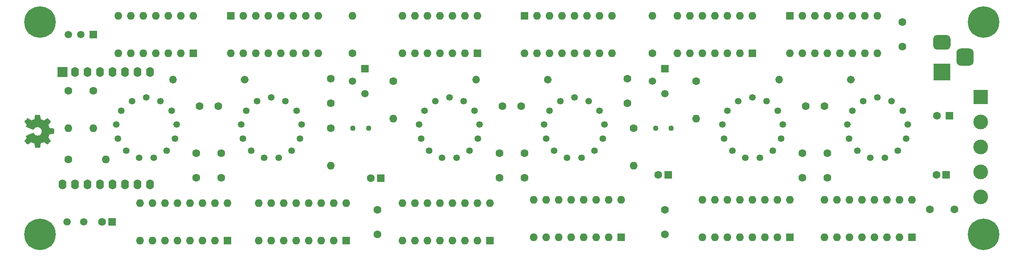
<source format=gbr>
%TF.GenerationSoftware,KiCad,Pcbnew,(5.1.7-0-10_14)*%
%TF.CreationDate,2020-11-26T21:17:17+01:00*%
%TF.ProjectId,nixie_board,6e697869-655f-4626-9f61-72642e6b6963,rev?*%
%TF.SameCoordinates,Original*%
%TF.FileFunction,Soldermask,Bot*%
%TF.FilePolarity,Negative*%
%FSLAX46Y46*%
G04 Gerber Fmt 4.6, Leading zero omitted, Abs format (unit mm)*
G04 Created by KiCad (PCBNEW (5.1.7-0-10_14)) date 2020-11-26 21:17:17*
%MOMM*%
%LPD*%
G01*
G04 APERTURE LIST*
%ADD10C,0.010000*%
%ADD11C,3.000000*%
%ADD12R,3.000000X3.000000*%
%ADD13O,1.600000X2.000000*%
%ADD14R,2.000000X2.000000*%
%ADD15C,1.600000*%
%ADD16R,1.600000X1.600000*%
%ADD17C,0.800000*%
%ADD18C,6.400000*%
%ADD19R,1.500000X1.500000*%
%ADD20C,1.500000*%
%ADD21O,1.600000X1.600000*%
%ADD22C,1.107440*%
%ADD23R,3.500000X3.500000*%
%ADD24C,1.346200*%
G04 APERTURE END LIST*
D10*
%TO.C,S2b*%
G36*
X60697069Y-52149186D02*
G01*
X60252445Y-52065365D01*
X60124947Y-51756080D01*
X59997449Y-51446794D01*
X60249754Y-51075754D01*
X60320004Y-50971843D01*
X60382728Y-50877913D01*
X60435062Y-50798348D01*
X60474143Y-50737530D01*
X60497107Y-50699843D01*
X60502058Y-50689579D01*
X60489324Y-50671090D01*
X60454118Y-50631580D01*
X60400938Y-50575478D01*
X60334282Y-50507213D01*
X60258646Y-50431214D01*
X60178528Y-50351908D01*
X60098426Y-50273725D01*
X60022836Y-50201093D01*
X59956255Y-50138441D01*
X59903182Y-50090197D01*
X59868113Y-50060790D01*
X59856377Y-50053759D01*
X59834740Y-50063877D01*
X59787338Y-50092241D01*
X59718807Y-50135871D01*
X59633785Y-50191782D01*
X59536907Y-50256994D01*
X59481650Y-50294781D01*
X59380752Y-50363657D01*
X59289701Y-50424860D01*
X59213030Y-50475422D01*
X59155272Y-50512372D01*
X59120957Y-50532742D01*
X59113746Y-50535803D01*
X59093252Y-50528864D01*
X59045487Y-50509949D01*
X58977168Y-50481913D01*
X58895011Y-50447609D01*
X58805730Y-50409891D01*
X58716042Y-50371613D01*
X58632662Y-50335630D01*
X58562306Y-50304794D01*
X58511690Y-50281961D01*
X58487529Y-50269983D01*
X58486578Y-50269276D01*
X58481964Y-50250469D01*
X58471672Y-50200382D01*
X58456713Y-50124207D01*
X58438099Y-50027135D01*
X58416841Y-49914357D01*
X58404582Y-49848558D01*
X58381638Y-49728050D01*
X58359805Y-49619203D01*
X58340278Y-49527524D01*
X58324252Y-49458519D01*
X58312921Y-49417696D01*
X58309326Y-49409489D01*
X58284994Y-49401452D01*
X58230041Y-49394967D01*
X58150892Y-49390030D01*
X58053974Y-49386636D01*
X57945713Y-49384782D01*
X57832535Y-49384462D01*
X57720865Y-49385673D01*
X57617132Y-49388410D01*
X57527759Y-49392669D01*
X57459174Y-49398445D01*
X57417803Y-49405733D01*
X57409190Y-49410105D01*
X57398867Y-49436236D01*
X57384108Y-49491607D01*
X57366648Y-49568893D01*
X57348220Y-49660770D01*
X57342259Y-49692842D01*
X57313934Y-49847476D01*
X57291124Y-49969625D01*
X57272920Y-50063327D01*
X57258417Y-50132616D01*
X57246708Y-50181529D01*
X57236885Y-50214103D01*
X57228044Y-50234372D01*
X57219276Y-50246374D01*
X57217543Y-50248053D01*
X57189629Y-50264816D01*
X57135305Y-50290386D01*
X57061223Y-50322212D01*
X56974035Y-50357740D01*
X56880392Y-50394417D01*
X56786948Y-50429689D01*
X56700353Y-50461004D01*
X56627260Y-50485807D01*
X56574322Y-50501546D01*
X56548189Y-50505668D01*
X56547274Y-50505324D01*
X56525914Y-50491359D01*
X56478916Y-50459678D01*
X56411173Y-50413609D01*
X56327577Y-50356482D01*
X56233018Y-50291627D01*
X56206146Y-50273157D01*
X56108725Y-50207301D01*
X56019837Y-50149350D01*
X55944588Y-50102462D01*
X55888080Y-50069793D01*
X55855419Y-50054500D01*
X55851407Y-50053759D01*
X55830316Y-50066608D01*
X55788536Y-50102112D01*
X55730555Y-50155707D01*
X55660865Y-50222829D01*
X55583955Y-50298913D01*
X55504317Y-50379396D01*
X55426439Y-50459713D01*
X55354814Y-50535301D01*
X55293930Y-50601595D01*
X55248279Y-50654031D01*
X55222350Y-50688045D01*
X55218117Y-50697455D01*
X55228088Y-50719357D01*
X55254980Y-50764200D01*
X55294264Y-50824679D01*
X55325883Y-50871211D01*
X55383902Y-50955525D01*
X55452216Y-51055374D01*
X55520421Y-51155527D01*
X55556925Y-51209373D01*
X55680200Y-51391629D01*
X55597480Y-51544619D01*
X55561241Y-51614318D01*
X55533074Y-51673586D01*
X55517009Y-51713689D01*
X55514774Y-51723897D01*
X55531278Y-51736171D01*
X55577918Y-51760387D01*
X55650391Y-51794737D01*
X55744394Y-51837412D01*
X55855626Y-51886606D01*
X55979785Y-51940510D01*
X56112568Y-51997316D01*
X56249673Y-52055218D01*
X56386798Y-52112407D01*
X56519642Y-52167076D01*
X56643902Y-52217416D01*
X56755275Y-52261620D01*
X56849461Y-52297881D01*
X56922156Y-52324391D01*
X56969059Y-52339342D01*
X56985167Y-52341746D01*
X57005714Y-52322689D01*
X57039067Y-52280964D01*
X57078298Y-52225294D01*
X57081401Y-52220622D01*
X57196577Y-52076736D01*
X57330947Y-51960717D01*
X57480216Y-51873570D01*
X57640087Y-51816301D01*
X57806263Y-51789914D01*
X57974448Y-51795415D01*
X58140345Y-51833810D01*
X58299658Y-51906105D01*
X58334513Y-51927374D01*
X58475263Y-52038004D01*
X58588286Y-52168698D01*
X58672997Y-52314936D01*
X58728806Y-52472192D01*
X58755126Y-52635943D01*
X58751370Y-52801667D01*
X58716950Y-52964838D01*
X58651277Y-53120935D01*
X58553765Y-53265433D01*
X58514187Y-53310131D01*
X58390297Y-53423888D01*
X58259876Y-53506782D01*
X58113685Y-53563644D01*
X57968912Y-53595313D01*
X57806140Y-53603131D01*
X57642560Y-53577062D01*
X57483702Y-53519755D01*
X57335094Y-53433856D01*
X57202265Y-53322014D01*
X57090744Y-53186877D01*
X57078989Y-53169117D01*
X57040492Y-53112850D01*
X57007137Y-53070077D01*
X56985840Y-53049628D01*
X56985167Y-53049331D01*
X56962129Y-53053721D01*
X56909843Y-53071124D01*
X56832610Y-53099732D01*
X56734732Y-53137735D01*
X56620509Y-53183326D01*
X56494242Y-53234697D01*
X56360233Y-53290038D01*
X56222782Y-53347542D01*
X56086192Y-53405399D01*
X55954763Y-53461802D01*
X55832795Y-53514942D01*
X55724591Y-53563010D01*
X55634451Y-53604199D01*
X55566677Y-53636699D01*
X55525570Y-53658703D01*
X55514774Y-53667564D01*
X55523181Y-53694640D01*
X55545728Y-53745303D01*
X55578387Y-53810817D01*
X55597480Y-53846841D01*
X55680200Y-53999832D01*
X55556925Y-54182088D01*
X55493772Y-54275125D01*
X55424273Y-54376985D01*
X55358835Y-54472438D01*
X55325883Y-54520250D01*
X55280727Y-54587495D01*
X55244943Y-54644436D01*
X55223062Y-54683646D01*
X55218437Y-54696381D01*
X55230915Y-54714917D01*
X55265748Y-54755941D01*
X55319322Y-54815475D01*
X55388017Y-54889542D01*
X55468219Y-54974165D01*
X55519714Y-55027685D01*
X55611714Y-55121319D01*
X55694001Y-55202241D01*
X55763055Y-55267177D01*
X55815356Y-55312858D01*
X55847384Y-55336011D01*
X55853884Y-55338232D01*
X55878606Y-55327924D01*
X55928595Y-55299439D01*
X55998788Y-55255937D01*
X56084125Y-55200577D01*
X56179544Y-55136520D01*
X56206146Y-55118303D01*
X56302833Y-55051927D01*
X56389883Y-54992378D01*
X56462405Y-54942984D01*
X56515507Y-54907075D01*
X56544297Y-54887981D01*
X56547274Y-54886136D01*
X56570218Y-54888895D01*
X56620664Y-54903538D01*
X56691959Y-54927513D01*
X56777453Y-54958266D01*
X56870493Y-54993244D01*
X56964426Y-55029893D01*
X57052601Y-55065661D01*
X57128366Y-55097994D01*
X57185069Y-55124338D01*
X57216057Y-55142142D01*
X57217543Y-55143407D01*
X57226399Y-55154294D01*
X57235157Y-55172682D01*
X57244723Y-55202606D01*
X57256004Y-55248103D01*
X57269907Y-55313209D01*
X57287337Y-55401961D01*
X57309202Y-55518393D01*
X57336409Y-55666542D01*
X57342259Y-55698618D01*
X57360626Y-55793686D01*
X57378595Y-55876565D01*
X57394431Y-55939930D01*
X57406400Y-55976458D01*
X57409190Y-55981356D01*
X57433928Y-55989427D01*
X57489210Y-55995987D01*
X57568611Y-56001033D01*
X57665704Y-56004559D01*
X57774062Y-56006561D01*
X57887260Y-56007036D01*
X57998872Y-56005977D01*
X58102471Y-56003382D01*
X58191632Y-55999246D01*
X58259928Y-55993563D01*
X58300934Y-55986331D01*
X58309326Y-55981971D01*
X58317792Y-55957698D01*
X58331565Y-55902426D01*
X58349450Y-55821662D01*
X58370252Y-55720912D01*
X58392777Y-55605683D01*
X58404582Y-55542902D01*
X58426849Y-55423787D01*
X58447021Y-55317565D01*
X58464085Y-55229427D01*
X58477031Y-55164566D01*
X58484845Y-55128174D01*
X58486578Y-55122184D01*
X58506110Y-55112061D01*
X58553157Y-55090662D01*
X58620997Y-55060839D01*
X58702909Y-55025445D01*
X58792172Y-54987332D01*
X58882065Y-54949353D01*
X58965865Y-54914360D01*
X59036853Y-54885206D01*
X59088306Y-54864743D01*
X59113503Y-54855823D01*
X59114604Y-54855657D01*
X59134481Y-54865769D01*
X59180223Y-54894117D01*
X59247283Y-54937723D01*
X59331116Y-54993606D01*
X59427174Y-55058787D01*
X59482350Y-55096679D01*
X59583519Y-55165725D01*
X59675370Y-55227050D01*
X59753256Y-55277663D01*
X59812531Y-55314571D01*
X59848549Y-55334782D01*
X59856623Y-55337701D01*
X59875416Y-55325153D01*
X59915543Y-55290463D01*
X59972507Y-55238063D01*
X60041815Y-55172384D01*
X60118969Y-55097856D01*
X60199475Y-55018913D01*
X60278837Y-54939983D01*
X60352560Y-54865500D01*
X60416148Y-54799894D01*
X60465106Y-54747596D01*
X60494939Y-54713039D01*
X60502058Y-54701478D01*
X60492047Y-54682654D01*
X60463922Y-54637631D01*
X60420546Y-54570787D01*
X60364782Y-54486499D01*
X60299494Y-54389144D01*
X60249754Y-54315707D01*
X59997449Y-53944667D01*
X60252445Y-53326095D01*
X60697069Y-53242275D01*
X61141693Y-53158454D01*
X61141693Y-52233006D01*
X60697069Y-52149186D01*
G37*
X60697069Y-52149186D02*
X60252445Y-52065365D01*
X60124947Y-51756080D01*
X59997449Y-51446794D01*
X60249754Y-51075754D01*
X60320004Y-50971843D01*
X60382728Y-50877913D01*
X60435062Y-50798348D01*
X60474143Y-50737530D01*
X60497107Y-50699843D01*
X60502058Y-50689579D01*
X60489324Y-50671090D01*
X60454118Y-50631580D01*
X60400938Y-50575478D01*
X60334282Y-50507213D01*
X60258646Y-50431214D01*
X60178528Y-50351908D01*
X60098426Y-50273725D01*
X60022836Y-50201093D01*
X59956255Y-50138441D01*
X59903182Y-50090197D01*
X59868113Y-50060790D01*
X59856377Y-50053759D01*
X59834740Y-50063877D01*
X59787338Y-50092241D01*
X59718807Y-50135871D01*
X59633785Y-50191782D01*
X59536907Y-50256994D01*
X59481650Y-50294781D01*
X59380752Y-50363657D01*
X59289701Y-50424860D01*
X59213030Y-50475422D01*
X59155272Y-50512372D01*
X59120957Y-50532742D01*
X59113746Y-50535803D01*
X59093252Y-50528864D01*
X59045487Y-50509949D01*
X58977168Y-50481913D01*
X58895011Y-50447609D01*
X58805730Y-50409891D01*
X58716042Y-50371613D01*
X58632662Y-50335630D01*
X58562306Y-50304794D01*
X58511690Y-50281961D01*
X58487529Y-50269983D01*
X58486578Y-50269276D01*
X58481964Y-50250469D01*
X58471672Y-50200382D01*
X58456713Y-50124207D01*
X58438099Y-50027135D01*
X58416841Y-49914357D01*
X58404582Y-49848558D01*
X58381638Y-49728050D01*
X58359805Y-49619203D01*
X58340278Y-49527524D01*
X58324252Y-49458519D01*
X58312921Y-49417696D01*
X58309326Y-49409489D01*
X58284994Y-49401452D01*
X58230041Y-49394967D01*
X58150892Y-49390030D01*
X58053974Y-49386636D01*
X57945713Y-49384782D01*
X57832535Y-49384462D01*
X57720865Y-49385673D01*
X57617132Y-49388410D01*
X57527759Y-49392669D01*
X57459174Y-49398445D01*
X57417803Y-49405733D01*
X57409190Y-49410105D01*
X57398867Y-49436236D01*
X57384108Y-49491607D01*
X57366648Y-49568893D01*
X57348220Y-49660770D01*
X57342259Y-49692842D01*
X57313934Y-49847476D01*
X57291124Y-49969625D01*
X57272920Y-50063327D01*
X57258417Y-50132616D01*
X57246708Y-50181529D01*
X57236885Y-50214103D01*
X57228044Y-50234372D01*
X57219276Y-50246374D01*
X57217543Y-50248053D01*
X57189629Y-50264816D01*
X57135305Y-50290386D01*
X57061223Y-50322212D01*
X56974035Y-50357740D01*
X56880392Y-50394417D01*
X56786948Y-50429689D01*
X56700353Y-50461004D01*
X56627260Y-50485807D01*
X56574322Y-50501546D01*
X56548189Y-50505668D01*
X56547274Y-50505324D01*
X56525914Y-50491359D01*
X56478916Y-50459678D01*
X56411173Y-50413609D01*
X56327577Y-50356482D01*
X56233018Y-50291627D01*
X56206146Y-50273157D01*
X56108725Y-50207301D01*
X56019837Y-50149350D01*
X55944588Y-50102462D01*
X55888080Y-50069793D01*
X55855419Y-50054500D01*
X55851407Y-50053759D01*
X55830316Y-50066608D01*
X55788536Y-50102112D01*
X55730555Y-50155707D01*
X55660865Y-50222829D01*
X55583955Y-50298913D01*
X55504317Y-50379396D01*
X55426439Y-50459713D01*
X55354814Y-50535301D01*
X55293930Y-50601595D01*
X55248279Y-50654031D01*
X55222350Y-50688045D01*
X55218117Y-50697455D01*
X55228088Y-50719357D01*
X55254980Y-50764200D01*
X55294264Y-50824679D01*
X55325883Y-50871211D01*
X55383902Y-50955525D01*
X55452216Y-51055374D01*
X55520421Y-51155527D01*
X55556925Y-51209373D01*
X55680200Y-51391629D01*
X55597480Y-51544619D01*
X55561241Y-51614318D01*
X55533074Y-51673586D01*
X55517009Y-51713689D01*
X55514774Y-51723897D01*
X55531278Y-51736171D01*
X55577918Y-51760387D01*
X55650391Y-51794737D01*
X55744394Y-51837412D01*
X55855626Y-51886606D01*
X55979785Y-51940510D01*
X56112568Y-51997316D01*
X56249673Y-52055218D01*
X56386798Y-52112407D01*
X56519642Y-52167076D01*
X56643902Y-52217416D01*
X56755275Y-52261620D01*
X56849461Y-52297881D01*
X56922156Y-52324391D01*
X56969059Y-52339342D01*
X56985167Y-52341746D01*
X57005714Y-52322689D01*
X57039067Y-52280964D01*
X57078298Y-52225294D01*
X57081401Y-52220622D01*
X57196577Y-52076736D01*
X57330947Y-51960717D01*
X57480216Y-51873570D01*
X57640087Y-51816301D01*
X57806263Y-51789914D01*
X57974448Y-51795415D01*
X58140345Y-51833810D01*
X58299658Y-51906105D01*
X58334513Y-51927374D01*
X58475263Y-52038004D01*
X58588286Y-52168698D01*
X58672997Y-52314936D01*
X58728806Y-52472192D01*
X58755126Y-52635943D01*
X58751370Y-52801667D01*
X58716950Y-52964838D01*
X58651277Y-53120935D01*
X58553765Y-53265433D01*
X58514187Y-53310131D01*
X58390297Y-53423888D01*
X58259876Y-53506782D01*
X58113685Y-53563644D01*
X57968912Y-53595313D01*
X57806140Y-53603131D01*
X57642560Y-53577062D01*
X57483702Y-53519755D01*
X57335094Y-53433856D01*
X57202265Y-53322014D01*
X57090744Y-53186877D01*
X57078989Y-53169117D01*
X57040492Y-53112850D01*
X57007137Y-53070077D01*
X56985840Y-53049628D01*
X56985167Y-53049331D01*
X56962129Y-53053721D01*
X56909843Y-53071124D01*
X56832610Y-53099732D01*
X56734732Y-53137735D01*
X56620509Y-53183326D01*
X56494242Y-53234697D01*
X56360233Y-53290038D01*
X56222782Y-53347542D01*
X56086192Y-53405399D01*
X55954763Y-53461802D01*
X55832795Y-53514942D01*
X55724591Y-53563010D01*
X55634451Y-53604199D01*
X55566677Y-53636699D01*
X55525570Y-53658703D01*
X55514774Y-53667564D01*
X55523181Y-53694640D01*
X55545728Y-53745303D01*
X55578387Y-53810817D01*
X55597480Y-53846841D01*
X55680200Y-53999832D01*
X55556925Y-54182088D01*
X55493772Y-54275125D01*
X55424273Y-54376985D01*
X55358835Y-54472438D01*
X55325883Y-54520250D01*
X55280727Y-54587495D01*
X55244943Y-54644436D01*
X55223062Y-54683646D01*
X55218437Y-54696381D01*
X55230915Y-54714917D01*
X55265748Y-54755941D01*
X55319322Y-54815475D01*
X55388017Y-54889542D01*
X55468219Y-54974165D01*
X55519714Y-55027685D01*
X55611714Y-55121319D01*
X55694001Y-55202241D01*
X55763055Y-55267177D01*
X55815356Y-55312858D01*
X55847384Y-55336011D01*
X55853884Y-55338232D01*
X55878606Y-55327924D01*
X55928595Y-55299439D01*
X55998788Y-55255937D01*
X56084125Y-55200577D01*
X56179544Y-55136520D01*
X56206146Y-55118303D01*
X56302833Y-55051927D01*
X56389883Y-54992378D01*
X56462405Y-54942984D01*
X56515507Y-54907075D01*
X56544297Y-54887981D01*
X56547274Y-54886136D01*
X56570218Y-54888895D01*
X56620664Y-54903538D01*
X56691959Y-54927513D01*
X56777453Y-54958266D01*
X56870493Y-54993244D01*
X56964426Y-55029893D01*
X57052601Y-55065661D01*
X57128366Y-55097994D01*
X57185069Y-55124338D01*
X57216057Y-55142142D01*
X57217543Y-55143407D01*
X57226399Y-55154294D01*
X57235157Y-55172682D01*
X57244723Y-55202606D01*
X57256004Y-55248103D01*
X57269907Y-55313209D01*
X57287337Y-55401961D01*
X57309202Y-55518393D01*
X57336409Y-55666542D01*
X57342259Y-55698618D01*
X57360626Y-55793686D01*
X57378595Y-55876565D01*
X57394431Y-55939930D01*
X57406400Y-55976458D01*
X57409190Y-55981356D01*
X57433928Y-55989427D01*
X57489210Y-55995987D01*
X57568611Y-56001033D01*
X57665704Y-56004559D01*
X57774062Y-56006561D01*
X57887260Y-56007036D01*
X57998872Y-56005977D01*
X58102471Y-56003382D01*
X58191632Y-55999246D01*
X58259928Y-55993563D01*
X58300934Y-55986331D01*
X58309326Y-55981971D01*
X58317792Y-55957698D01*
X58331565Y-55902426D01*
X58349450Y-55821662D01*
X58370252Y-55720912D01*
X58392777Y-55605683D01*
X58404582Y-55542902D01*
X58426849Y-55423787D01*
X58447021Y-55317565D01*
X58464085Y-55229427D01*
X58477031Y-55164566D01*
X58484845Y-55128174D01*
X58486578Y-55122184D01*
X58506110Y-55112061D01*
X58553157Y-55090662D01*
X58620997Y-55060839D01*
X58702909Y-55025445D01*
X58792172Y-54987332D01*
X58882065Y-54949353D01*
X58965865Y-54914360D01*
X59036853Y-54885206D01*
X59088306Y-54864743D01*
X59113503Y-54855823D01*
X59114604Y-54855657D01*
X59134481Y-54865769D01*
X59180223Y-54894117D01*
X59247283Y-54937723D01*
X59331116Y-54993606D01*
X59427174Y-55058787D01*
X59482350Y-55096679D01*
X59583519Y-55165725D01*
X59675370Y-55227050D01*
X59753256Y-55277663D01*
X59812531Y-55314571D01*
X59848549Y-55334782D01*
X59856623Y-55337701D01*
X59875416Y-55325153D01*
X59915543Y-55290463D01*
X59972507Y-55238063D01*
X60041815Y-55172384D01*
X60118969Y-55097856D01*
X60199475Y-55018913D01*
X60278837Y-54939983D01*
X60352560Y-54865500D01*
X60416148Y-54799894D01*
X60465106Y-54747596D01*
X60494939Y-54713039D01*
X60502058Y-54701478D01*
X60492047Y-54682654D01*
X60463922Y-54637631D01*
X60420546Y-54570787D01*
X60364782Y-54486499D01*
X60299494Y-54389144D01*
X60249754Y-54315707D01*
X59997449Y-53944667D01*
X60252445Y-53326095D01*
X60697069Y-53242275D01*
X61141693Y-53158454D01*
X61141693Y-52233006D01*
X60697069Y-52149186D01*
%TD*%
D11*
%TO.C,J1*%
X249555000Y-66040000D03*
X249555000Y-60960000D03*
D12*
X249555000Y-45720000D03*
D11*
X249555000Y-55880000D03*
X249555000Y-50800000D03*
%TD*%
D13*
%TO.C,U3*%
X62992000Y-63500000D03*
X65532000Y-63500000D03*
X68072000Y-63500000D03*
X70612000Y-63500000D03*
X73152000Y-63500000D03*
X75692000Y-63500000D03*
X78232000Y-63500000D03*
X80772000Y-63500000D03*
X80772000Y-40640000D03*
X78232000Y-40640000D03*
X75692000Y-40640000D03*
X73152000Y-40640000D03*
X70612000Y-40640000D03*
X68072000Y-40640000D03*
D14*
X62992000Y-40640000D03*
D13*
X65532000Y-40640000D03*
%TD*%
D15*
%TO.C,C16*%
X71025000Y-71120000D03*
D16*
X73025000Y-71120000D03*
%TD*%
D17*
%TO.C,H4*%
X60117056Y-71962944D03*
X58420000Y-71260000D03*
X56722944Y-71962944D03*
X56020000Y-73660000D03*
X56722944Y-75357056D03*
X58420000Y-76060000D03*
X60117056Y-75357056D03*
X60820000Y-73660000D03*
D18*
X58420000Y-73660000D03*
%TD*%
D17*
%TO.C,H3*%
X251887056Y-71962944D03*
X250190000Y-71260000D03*
X248492944Y-71962944D03*
X247790000Y-73660000D03*
X248492944Y-75357056D03*
X250190000Y-76060000D03*
X251887056Y-75357056D03*
X252590000Y-73660000D03*
D18*
X250190000Y-73660000D03*
%TD*%
D17*
%TO.C,H2*%
X60117056Y-28782944D03*
X58420000Y-28080000D03*
X56722944Y-28782944D03*
X56020000Y-30480000D03*
X56722944Y-32177056D03*
X58420000Y-32880000D03*
X60117056Y-32177056D03*
X60820000Y-30480000D03*
D18*
X58420000Y-30480000D03*
%TD*%
D17*
%TO.C,H1*%
X251887056Y-28782944D03*
X250190000Y-28080000D03*
X248492944Y-28782944D03*
X247790000Y-30480000D03*
X248492944Y-32177056D03*
X250190000Y-32880000D03*
X251887056Y-32177056D03*
X252590000Y-30480000D03*
D18*
X250190000Y-30480000D03*
%TD*%
D15*
%TO.C,C17*%
X240570000Y-61595000D03*
D16*
X242570000Y-61595000D03*
%TD*%
D15*
%TO.C,C15*%
X184055000Y-61595000D03*
D16*
X186055000Y-61595000D03*
%TD*%
D15*
%TO.C,C8*%
X125635000Y-62230000D03*
D16*
X127635000Y-62230000D03*
%TD*%
D19*
%TO.C,U15*%
X69215000Y-33020000D03*
D20*
X64135000Y-33020000D03*
X66675000Y-33020000D03*
%TD*%
D16*
%TO.C,C7*%
X243205000Y-49530000D03*
D15*
X240705000Y-49530000D03*
%TD*%
D21*
%TO.C,U14*%
X235585000Y-66675000D03*
X217805000Y-74295000D03*
X233045000Y-66675000D03*
X220345000Y-74295000D03*
X230505000Y-66675000D03*
X222885000Y-74295000D03*
X227965000Y-66675000D03*
X225425000Y-74295000D03*
X225425000Y-66675000D03*
X227965000Y-74295000D03*
X222885000Y-66675000D03*
X230505000Y-74295000D03*
X220345000Y-66675000D03*
X233045000Y-74295000D03*
X217805000Y-66675000D03*
D16*
X235585000Y-74295000D03*
%TD*%
D21*
%TO.C,U13*%
X210820000Y-36830000D03*
X228600000Y-29210000D03*
X213360000Y-36830000D03*
X226060000Y-29210000D03*
X215900000Y-36830000D03*
X223520000Y-29210000D03*
X218440000Y-36830000D03*
X220980000Y-29210000D03*
X220980000Y-36830000D03*
X218440000Y-29210000D03*
X223520000Y-36830000D03*
X215900000Y-29210000D03*
X226060000Y-36830000D03*
X213360000Y-29210000D03*
X228600000Y-36830000D03*
D16*
X210820000Y-29210000D03*
%TD*%
D21*
%TO.C,U11*%
X210820000Y-66675000D03*
X193040000Y-74295000D03*
X208280000Y-66675000D03*
X195580000Y-74295000D03*
X205740000Y-66675000D03*
X198120000Y-74295000D03*
X203200000Y-66675000D03*
X200660000Y-74295000D03*
X200660000Y-66675000D03*
X203200000Y-74295000D03*
X198120000Y-66675000D03*
X205740000Y-74295000D03*
X195580000Y-66675000D03*
X208280000Y-74295000D03*
X193040000Y-66675000D03*
D16*
X210820000Y-74295000D03*
%TD*%
D21*
%TO.C,U9*%
X176530000Y-66675000D03*
X158750000Y-74295000D03*
X173990000Y-66675000D03*
X161290000Y-74295000D03*
X171450000Y-66675000D03*
X163830000Y-74295000D03*
X168910000Y-66675000D03*
X166370000Y-74295000D03*
X166370000Y-66675000D03*
X168910000Y-74295000D03*
X163830000Y-66675000D03*
X171450000Y-74295000D03*
X161290000Y-66675000D03*
X173990000Y-74295000D03*
X158750000Y-66675000D03*
D16*
X176530000Y-74295000D03*
%TD*%
D21*
%TO.C,U8*%
X156845000Y-36830000D03*
X174625000Y-29210000D03*
X159385000Y-36830000D03*
X172085000Y-29210000D03*
X161925000Y-36830000D03*
X169545000Y-29210000D03*
X164465000Y-36830000D03*
X167005000Y-29210000D03*
X167005000Y-36830000D03*
X164465000Y-29210000D03*
X169545000Y-36830000D03*
X161925000Y-29210000D03*
X172085000Y-36830000D03*
X159385000Y-29210000D03*
X174625000Y-36830000D03*
D16*
X156845000Y-29210000D03*
%TD*%
D21*
%TO.C,U7*%
X149860000Y-67310000D03*
X132080000Y-74930000D03*
X147320000Y-67310000D03*
X134620000Y-74930000D03*
X144780000Y-67310000D03*
X137160000Y-74930000D03*
X142240000Y-67310000D03*
X139700000Y-74930000D03*
X139700000Y-67310000D03*
X142240000Y-74930000D03*
X137160000Y-67310000D03*
X144780000Y-74930000D03*
X134620000Y-67310000D03*
X147320000Y-74930000D03*
X132080000Y-67310000D03*
D16*
X149860000Y-74930000D03*
%TD*%
D21*
%TO.C,U5*%
X120650000Y-67310000D03*
X102870000Y-74930000D03*
X118110000Y-67310000D03*
X105410000Y-74930000D03*
X115570000Y-67310000D03*
X107950000Y-74930000D03*
X113030000Y-67310000D03*
X110490000Y-74930000D03*
X110490000Y-67310000D03*
X113030000Y-74930000D03*
X107950000Y-67310000D03*
X115570000Y-74930000D03*
X105410000Y-67310000D03*
X118110000Y-74930000D03*
X102870000Y-67310000D03*
D16*
X120650000Y-74930000D03*
%TD*%
D21*
%TO.C,U4*%
X97155000Y-36830000D03*
X114935000Y-29210000D03*
X99695000Y-36830000D03*
X112395000Y-29210000D03*
X102235000Y-36830000D03*
X109855000Y-29210000D03*
X104775000Y-36830000D03*
X107315000Y-29210000D03*
X107315000Y-36830000D03*
X104775000Y-29210000D03*
X109855000Y-36830000D03*
X102235000Y-29210000D03*
X112395000Y-36830000D03*
X99695000Y-29210000D03*
X114935000Y-36830000D03*
D16*
X97155000Y-29210000D03*
%TD*%
D21*
%TO.C,U2*%
X96520000Y-67310000D03*
X78740000Y-74930000D03*
X93980000Y-67310000D03*
X81280000Y-74930000D03*
X91440000Y-67310000D03*
X83820000Y-74930000D03*
X88900000Y-67310000D03*
X86360000Y-74930000D03*
X86360000Y-67310000D03*
X88900000Y-74930000D03*
X83820000Y-67310000D03*
X91440000Y-74930000D03*
X81280000Y-67310000D03*
X93980000Y-74930000D03*
X78740000Y-67310000D03*
D16*
X96520000Y-74930000D03*
%TD*%
D21*
%TO.C,U1*%
X89535000Y-29210000D03*
X74295000Y-36830000D03*
X86995000Y-29210000D03*
X76835000Y-36830000D03*
X84455000Y-29210000D03*
X79375000Y-36830000D03*
X81915000Y-29210000D03*
X81915000Y-36830000D03*
X79375000Y-29210000D03*
X84455000Y-36830000D03*
X76835000Y-29210000D03*
X86995000Y-36830000D03*
X74295000Y-29210000D03*
D16*
X89535000Y-36830000D03*
%TD*%
%TO.C,U10*%
X203200000Y-36830000D03*
D21*
X187960000Y-29210000D03*
X200660000Y-36830000D03*
X190500000Y-29210000D03*
X198120000Y-36830000D03*
X193040000Y-29210000D03*
X195580000Y-36830000D03*
X195580000Y-29210000D03*
X193040000Y-36830000D03*
X198120000Y-29210000D03*
X190500000Y-36830000D03*
X200660000Y-29210000D03*
X187960000Y-36830000D03*
X203200000Y-29210000D03*
%TD*%
%TO.C,U6*%
X147320000Y-29210000D03*
X132080000Y-36830000D03*
X144780000Y-29210000D03*
X134620000Y-36830000D03*
X142240000Y-29210000D03*
X137160000Y-36830000D03*
X139700000Y-29210000D03*
X139700000Y-36830000D03*
X137160000Y-29210000D03*
X142240000Y-36830000D03*
X134620000Y-29210000D03*
X144780000Y-36830000D03*
X132080000Y-29210000D03*
D16*
X147320000Y-36830000D03*
%TD*%
D21*
%TO.C,R16*%
X71755000Y-58420000D03*
D15*
X64135000Y-58420000D03*
%TD*%
D21*
%TO.C,R15*%
X179070000Y-59690000D03*
D15*
X179070000Y-52070000D03*
%TD*%
D21*
%TO.C,R10*%
X130175000Y-50165000D03*
D15*
X130175000Y-42545000D03*
%TD*%
D19*
%TO.C,Q2*%
X185420000Y-40005000D03*
D20*
X185420000Y-45085000D03*
X182880000Y-42545000D03*
%TD*%
D19*
%TO.C,Q1*%
X124460000Y-40005000D03*
D20*
X124460000Y-45085000D03*
X121920000Y-42545000D03*
%TD*%
D15*
%TO.C,C14*%
X233680000Y-30480000D03*
X233680000Y-35480000D03*
%TD*%
%TO.C,C13*%
X177800000Y-41990000D03*
X177800000Y-46990000D03*
%TD*%
%TO.C,C12*%
X213360000Y-62150000D03*
X213360000Y-57150000D03*
%TD*%
%TO.C,C11*%
X117475000Y-41990000D03*
X117475000Y-46990000D03*
%TD*%
%TO.C,C10*%
X151765000Y-62150000D03*
X151765000Y-57150000D03*
%TD*%
%TO.C,C9*%
X90170000Y-62150000D03*
X90170000Y-57150000D03*
%TD*%
%TO.C,C6*%
X95250000Y-62150000D03*
X95250000Y-57150000D03*
%TD*%
%TO.C,C5*%
X185420000Y-68660000D03*
X185420000Y-73660000D03*
%TD*%
%TO.C,C4*%
X156845000Y-62150000D03*
X156845000Y-57150000D03*
%TD*%
%TO.C,C3*%
X127000000Y-68660000D03*
X127000000Y-73660000D03*
%TD*%
%TO.C,C2*%
X218440000Y-62150000D03*
X218440000Y-57150000D03*
%TD*%
%TO.C,C1*%
X244268000Y-68580000D03*
X239268000Y-68580000D03*
%TD*%
D21*
%TO.C,R14*%
X191770000Y-50165000D03*
D15*
X191770000Y-42545000D03*
%TD*%
D21*
%TO.C,R13*%
X182880000Y-29210000D03*
D15*
X182880000Y-36830000D03*
%TD*%
D21*
%TO.C,R12*%
X117475000Y-59690000D03*
D15*
X117475000Y-52070000D03*
%TD*%
D21*
%TO.C,R11*%
X121920000Y-29210000D03*
D15*
X121920000Y-36830000D03*
%TD*%
D21*
%TO.C,R9*%
X64135000Y-52070000D03*
D15*
X64135000Y-44450000D03*
%TD*%
D21*
%TO.C,R8*%
X69215000Y-52070000D03*
D15*
X69215000Y-44450000D03*
%TD*%
%TO.C,R6*%
G36*
G01*
X222627469Y-42802531D02*
X222627469Y-42802531D01*
G75*
G02*
X222627469Y-41671161I565685J565685D01*
G01*
X222627469Y-41671161D01*
G75*
G02*
X223758839Y-41671161I565685J-565685D01*
G01*
X223758839Y-41671161D01*
G75*
G02*
X223758839Y-42802531I-565685J-565685D01*
G01*
X223758839Y-42802531D01*
G75*
G02*
X222627469Y-42802531I-565685J565685D01*
G01*
G37*
X217805000Y-47625000D03*
%TD*%
%TO.C,R5*%
G36*
G01*
X209172531Y-42802531D02*
X209172531Y-42802531D01*
G75*
G02*
X208041161Y-42802531I-565685J565685D01*
G01*
X208041161Y-42802531D01*
G75*
G02*
X208041161Y-41671161I565685J565685D01*
G01*
X208041161Y-41671161D01*
G75*
G02*
X209172531Y-41671161I565685J-565685D01*
G01*
X209172531Y-41671161D01*
G75*
G02*
X209172531Y-42802531I-565685J-565685D01*
G01*
G37*
X213995000Y-47625000D03*
%TD*%
%TO.C,R4*%
G36*
G01*
X161032469Y-42802531D02*
X161032469Y-42802531D01*
G75*
G02*
X161032469Y-41671161I565685J565685D01*
G01*
X161032469Y-41671161D01*
G75*
G02*
X162163839Y-41671161I565685J-565685D01*
G01*
X162163839Y-41671161D01*
G75*
G02*
X162163839Y-42802531I-565685J-565685D01*
G01*
X162163839Y-42802531D01*
G75*
G02*
X161032469Y-42802531I-565685J565685D01*
G01*
G37*
X156210000Y-47625000D03*
%TD*%
%TO.C,R3*%
G36*
G01*
X147577531Y-42802531D02*
X147577531Y-42802531D01*
G75*
G02*
X146446161Y-42802531I-565685J565685D01*
G01*
X146446161Y-42802531D01*
G75*
G02*
X146446161Y-41671161I565685J565685D01*
G01*
X146446161Y-41671161D01*
G75*
G02*
X147577531Y-41671161I565685J-565685D01*
G01*
X147577531Y-41671161D01*
G75*
G02*
X147577531Y-42802531I-565685J-565685D01*
G01*
G37*
X152400000Y-47625000D03*
%TD*%
%TO.C,R2*%
G36*
G01*
X99437469Y-42802531D02*
X99437469Y-42802531D01*
G75*
G02*
X99437469Y-41671161I565685J565685D01*
G01*
X99437469Y-41671161D01*
G75*
G02*
X100568839Y-41671161I565685J-565685D01*
G01*
X100568839Y-41671161D01*
G75*
G02*
X100568839Y-42802531I-565685J-565685D01*
G01*
X100568839Y-42802531D01*
G75*
G02*
X99437469Y-42802531I-565685J565685D01*
G01*
G37*
X94615000Y-47625000D03*
%TD*%
%TO.C,R1*%
G36*
G01*
X85982531Y-42802531D02*
X85982531Y-42802531D01*
G75*
G02*
X84851161Y-42802531I-565685J565685D01*
G01*
X84851161Y-42802531D01*
G75*
G02*
X84851161Y-41671161I565685J565685D01*
G01*
X84851161Y-41671161D01*
G75*
G02*
X85982531Y-41671161I565685J-565685D01*
G01*
X85982531Y-41671161D01*
G75*
G02*
X85982531Y-42802531I-565685J-565685D01*
G01*
G37*
X90805000Y-47625000D03*
%TD*%
D22*
%TO.C,NR1*%
X183514500Y-52070000D03*
X186689500Y-52070000D03*
%TD*%
%TO.C,NL1*%
X125158500Y-52070000D03*
X121983500Y-52070000D03*
%TD*%
%TO.C,J5*%
G36*
G01*
X245505000Y-35890000D02*
X247255000Y-35890000D01*
G75*
G02*
X248130000Y-36765000I0J-875000D01*
G01*
X248130000Y-38515000D01*
G75*
G02*
X247255000Y-39390000I-875000J0D01*
G01*
X245505000Y-39390000D01*
G75*
G02*
X244630000Y-38515000I0J875000D01*
G01*
X244630000Y-36765000D01*
G75*
G02*
X245505000Y-35890000I875000J0D01*
G01*
G37*
G36*
G01*
X240680000Y-33140000D02*
X242680000Y-33140000D01*
G75*
G02*
X243430000Y-33890000I0J-750000D01*
G01*
X243430000Y-35390000D01*
G75*
G02*
X242680000Y-36140000I-750000J0D01*
G01*
X240680000Y-36140000D01*
G75*
G02*
X239930000Y-35390000I0J750000D01*
G01*
X239930000Y-33890000D01*
G75*
G02*
X240680000Y-33140000I750000J0D01*
G01*
G37*
D23*
X241680000Y-40640000D03*
%TD*%
D24*
%TO.C,N6*%
X231475280Y-46591220D03*
X225724720Y-46591220D03*
X228600000Y-45882560D03*
X222455740Y-51325780D03*
X222813880Y-54264560D03*
X224495360Y-56702960D03*
X227119180Y-58079640D03*
X230080820Y-58079640D03*
X232704640Y-56702960D03*
X234386120Y-54264560D03*
X234744260Y-51325780D03*
X233692700Y-48554640D03*
X223507300Y-48554640D03*
%TD*%
%TO.C,N5*%
X206075280Y-46591220D03*
X200324720Y-46591220D03*
X203200000Y-45882560D03*
X197055740Y-51325780D03*
X197413880Y-54264560D03*
X199095360Y-56702960D03*
X201719180Y-58079640D03*
X204680820Y-58079640D03*
X207304640Y-56702960D03*
X208986120Y-54264560D03*
X209344260Y-51325780D03*
X208292700Y-48554640D03*
X198107300Y-48554640D03*
%TD*%
%TO.C,N4*%
X169880280Y-46591220D03*
X164129720Y-46591220D03*
X167005000Y-45882560D03*
X160860740Y-51325780D03*
X161218880Y-54264560D03*
X162900360Y-56702960D03*
X165524180Y-58079640D03*
X168485820Y-58079640D03*
X171109640Y-56702960D03*
X172791120Y-54264560D03*
X173149260Y-51325780D03*
X172097700Y-48554640D03*
X161912300Y-48554640D03*
%TD*%
%TO.C,N3*%
X144480280Y-46591220D03*
X138729720Y-46591220D03*
X141605000Y-45882560D03*
X135460740Y-51325780D03*
X135818880Y-54264560D03*
X137500360Y-56702960D03*
X140124180Y-58079640D03*
X143085820Y-58079640D03*
X145709640Y-56702960D03*
X147391120Y-54264560D03*
X147749260Y-51325780D03*
X146697700Y-48554640D03*
X136512300Y-48554640D03*
%TD*%
%TO.C,N2*%
X108285280Y-46591220D03*
X102534720Y-46591220D03*
X105410000Y-45882560D03*
X99265740Y-51325780D03*
X99623880Y-54264560D03*
X101305360Y-56702960D03*
X103929180Y-58079640D03*
X106890820Y-58079640D03*
X109514640Y-56702960D03*
X111196120Y-54264560D03*
X111554260Y-51325780D03*
X110502700Y-48554640D03*
X100317300Y-48554640D03*
%TD*%
%TO.C,N1*%
X82885280Y-46591220D03*
X77134720Y-46591220D03*
X80010000Y-45882560D03*
X73865740Y-51325780D03*
X74223880Y-54264560D03*
X75905360Y-56702960D03*
X78529180Y-58079640D03*
X81490820Y-58079640D03*
X84114640Y-56702960D03*
X85796120Y-54264560D03*
X86154260Y-51325780D03*
X85102700Y-48554640D03*
X74917300Y-48554640D03*
%TD*%
D20*
%TO.C,R7*%
X63910000Y-71120000D03*
X67310000Y-71120000D03*
%TD*%
M02*

</source>
